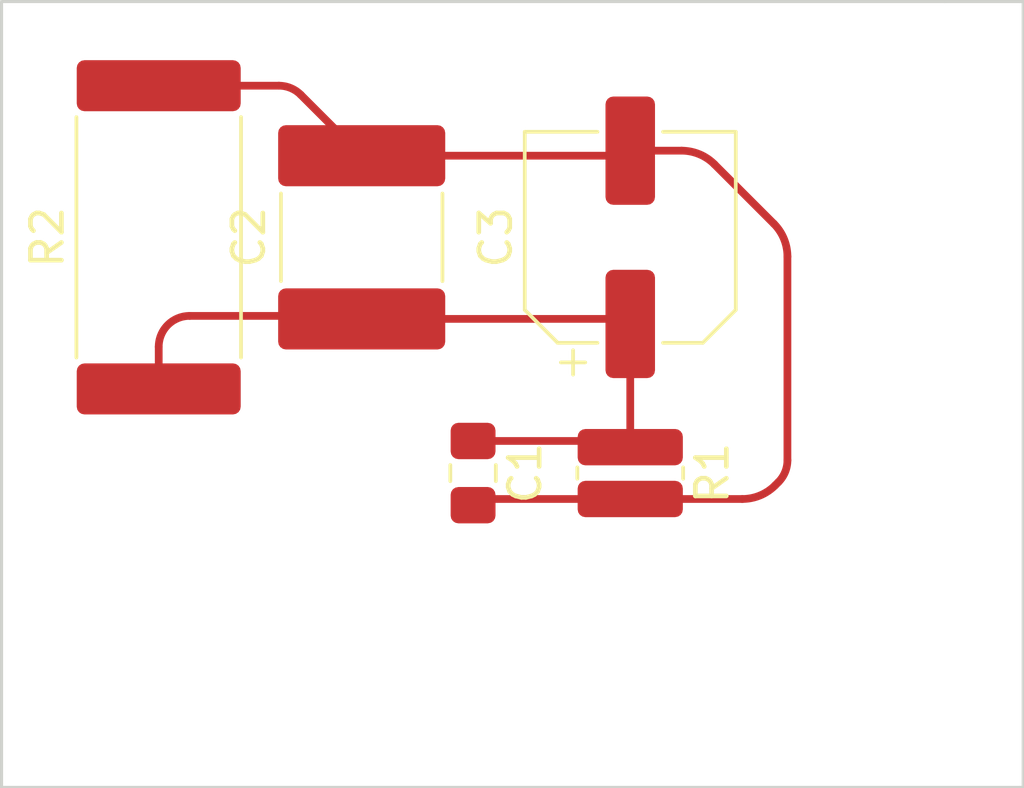
<source format=kicad_pcb>
(kicad_pcb (version 20211014) (generator pcbnew)
  (title_block (date "2022-04-12") (rev "Test PCB - Bad PCB Lib Table"))
  (layers (0 "F.Cu" signal) (31 "B.Cu" signal) (34 "B.Paste" user) (35 "F.Paste" user) (36 "B.SilkS" user "B.Silkscreen") (37 "F.SilkS" user "F.Silkscreen") (38 "B.Mask" user) (39 "F.Mask" user) (44 "Edge.Cuts" user))
  (net 0 "")
  (net 1 "Net-(C1-Pad1)")
  (net 2 "Net-(C1-Pad2)")
  (footprint "Capacitor_SMD:C_0805_2012Metric_Pad1.18x1.45mm_HandSolder" (layer "F.Cu") (at 134.62 88.9 -90)
    (fp_text reference "C1" (at 0 -1.68 90) (layer "F.SilkS"))
    (fp_text value "C")
    (fp_line (start -0.261252 0.735) (end 0.261252 0.735) (layer "F.SilkS") (width 0.12))
    (fp_line (start -0.261252 -0.735) (end 0.261252 -0.735) (layer "F.SilkS") (width 0.12))
    (pad "1" smd roundrect (at -1.0375 0 270) (size 1.175 1.45) (layers "F.Cu" "F.Paste" "F.Mask") (roundrect_rratio 0.212766) (net 1 "Net-(C1-Pad1)"))
    (pad "2" smd roundrect (at 1.0375 0 270) (size 1.175 1.45) (layers "F.Cu" "F.Paste" "F.Mask") (roundrect_rratio 0.212766) (net 2 "Net-(C1-Pad2)"))
  )
  (footprint "Capacitor_SMD:C_2220_5650Metric_Pad1.97x5.40mm_HandSolder" (layer "F.Cu") (at 131.02 81.28 90)
    (fp_text reference "C2" (at 0 -3.65 90) (layer "F.SilkS"))
    (fp_text value "C")
    (fp_line (start -1.415748 -2.61) (end 1.415748 -2.61) (layer "F.SilkS") (width 0.12))
    (fp_line (start -1.415748 2.61) (end 1.415748 2.61) (layer "F.SilkS") (width 0.12))
    (pad "1" smd roundrect (at -2.6375 0 90) (size 1.975 5.4) (layers "F.Cu" "F.Paste" "F.Mask") (roundrect_rratio 0.126582) (net 1 "Net-(C1-Pad1)"))
    (pad "2" smd roundrect (at 2.6375 0 90) (size 1.975 5.4) (layers "F.Cu" "F.Paste" "F.Mask") (roundrect_rratio 0.126582) (net 2 "Net-(C1-Pad2)"))
  )
  (footprint "Resistor_SMD:R_4020_10251Metric_Pad1.65x5.30mm_HandSolder" (layer "F.Cu") (at 124.46 81.28 90)
    (fp_text reference "R2" (at 0 -3.6 90) (layer "F.SilkS"))
    (fp_text value "R_US")
    (fp_line (start -3.886252 2.66) (end 3.886252 2.66) (layer "F.SilkS") (width 0.12))
    (fp_line (start -3.886252 -2.66) (end 3.886252 -2.66) (layer "F.SilkS") (width 0.12))
    (pad "1" smd roundrect (at -4.9 0 90) (size 1.65 5.3) (layers "F.Cu" "F.Paste" "F.Mask") (roundrect_rratio 0.151515) (net 1 "Net-(C1-Pad1)"))
    (pad "2" smd roundrect (at 4.9 0 90) (size 1.65 5.3) (layers "F.Cu" "F.Paste" "F.Mask") (roundrect_rratio 0.151515) (net 2 "Net-(C1-Pad2)"))
  )
  (footprint "Capacitor_SMD:CP_Elec_6.3x5.3" (layer "F.Cu") (at 139.7 81.28 90)
    (fp_text reference "C3" (at 0 -4.35 90) (layer "F.SilkS"))
    (fp_text value "C_Polarized")
    (fp_line (start -2.345563 3.41) (end 3.41 3.41) (layer "F.SilkS") (width 0.12))
    (fp_line (start -4.04375 -2.24125) (end -4.04375 -1.45375) (layer "F.SilkS") (width 0.12))
    (fp_line (start -3.41 2.345563) (end -2.345563 3.41) (layer "F.SilkS") (width 0.12))
    (fp_line (start -3.41 2.345563) (end -3.41 1.06) (layer "F.SilkS") (width 0.12))
    (fp_line (start -2.345563 -3.41) (end 3.41 -3.41) (layer "F.SilkS") (width 0.12))
    (fp_line (start 3.41 3.41) (end 3.41 1.06) (layer "F.SilkS") (width 0.12))
    (fp_line (start 3.41 -3.41) (end 3.41 -1.06) (layer "F.SilkS") (width 0.12))
    (fp_line (start -3.41 -2.345563) (end -3.41 -1.06) (layer "F.SilkS") (width 0.12))
    (fp_line (start -4.4375 -1.8475) (end -3.65 -1.8475) (layer "F.SilkS") (width 0.12))
    (fp_line (start -3.41 -2.345563) (end -2.345563 -3.41) (layer "F.SilkS") (width 0.12))
    (pad "1" smd roundrect (at -2.8 0 90) (size 3.5 1.6) (layers "F.Cu" "F.Paste" "F.Mask") (roundrect_rratio 0.15625) (net 1 "Net-(C1-Pad1)"))
    (pad "2" smd roundrect (at 2.8 0 90) (size 3.5 1.6) (layers "F.Cu" "F.Paste" "F.Mask") (roundrect_rratio 0.15625) (net 2 "Net-(C1-Pad2)"))
  )
  (footprint "Resistor_SMD:R_0612_1632Metric_Pad1.18x3.40mm_HandSolder" (layer "F.Cu") (at 139.7 88.9 -90)
    (fp_text reference "R1" (at 0 -2.65 90) (layer "F.SilkS"))
    (fp_text value "R")
    (fp_line (start -0.182983 1.71) (end 0.182983 1.71) (layer "F.SilkS") (width 0.12))
    (fp_line (start -0.182983 -1.71) (end 0.182983 -1.71) (layer "F.SilkS") (width 0.12))
    (pad "1" smd roundrect (at -0.8375 0 270) (size 1.175 3.4) (layers "F.Cu" "F.Paste" "F.Mask") (roundrect_rratio 0.212766) (net 1 "Net-(C1-Pad1)"))
    (pad "2" smd roundrect (at 0.8375 0 270) (size 1.175 3.4) (layers "F.Cu" "F.Paste" "F.Mask") (roundrect_rratio 0.212766) (net 2 "Net-(C1-Pad2)"))
  )
  (gr_line (start 119.38 99.06) (end 152.4 99.06) (layer "Edge.Cuts") (width 0.1))
  (gr_line (start 152.4 73.66) (end 149.86 73.66) (layer "Edge.Cuts") (width 0.1))
  (gr_line (start 152.4 99.06) (end 152.4 73.66) (layer "Edge.Cuts") (width 0.1))
  (gr_line (start 119.38 73.66) (end 119.38 99.06) (layer "Edge.Cuts") (width 0.1))
  (gr_line (start 149.86 73.66) (end 119.38 73.66) (layer "Edge.Cuts") (width 0.1))
  (segment (start 124.46 86.18) (end 124.46 84.82) (width 0.25) (layer "F.Cu") (net 1))
  (segment (start 130.9225 83.82) (end 131.02 83.9175) (width 0.25) (layer "F.Cu") (net 1))
  (segment (start 125.46 83.82) (end 130.9225 83.82) (width 0.25) (layer "F.Cu") (net 1))
  (segment (start 139.5375 83.9175) (end 139.7 84.08) (width 0.25) (layer "F.Cu") (net 1))
  (segment (start 131.02 83.9175) (end 139.5375 83.9175) (width 0.25) (layer "F.Cu") (net 1))
  (segment (start 139.7 88.0625) (end 139.7 84.08) (width 0.25) (layer "F.Cu") (net 1))
  (segment (start 139.7 88.0625) (end 139.5 87.8625) (width 0.25) (layer "F.Cu") (net 1))
  (segment (start 139.5 87.8625) (end 134.62 87.8625) (width 0.25) (layer "F.Cu") (net 1))
  (arc (start 125.46 83.82) (mid 124.752893 84.112893) (end 124.46 84.82) (width 0.25) (layer "F.Cu") (net 1))
  (segment (start 124.46 76.38) (end 128.343286 76.38) (width 0.25) (layer "F.Cu") (net 2))
  (segment (start 129.050393 76.672893) (end 131.02 78.6425) (width 0.25) (layer "F.Cu") (net 2))
  (segment (start 142.41934 78.91934) (end 144.34066 80.84066) (width 0.25) (layer "F.Cu") (net 2))
  (segment (start 131.02 78.6425) (end 139.5375 78.6425) (width 0.25) (layer "F.Cu") (net 2))
  (segment (start 139.5375 78.6425) (end 139.7 78.48) (width 0.25) (layer "F.Cu") (net 2))
  (segment (start 144.487107 89.192893) (end 144.38184 89.29816) (width 0.25) (layer "F.Cu") (net 2))
  (segment (start 144.78 81.90132) (end 144.78 88.485786) (width 0.25) (layer "F.Cu") (net 2))
  (segment (start 139.7 78.48) (end 141.35868 78.48) (width 0.25) (layer "F.Cu") (net 2))
  (segment (start 143.32118 89.7375) (end 139.7 89.7375) (width 0.25) (layer "F.Cu") (net 2))
  (segment (start 139.7 89.7375) (end 134.82 89.7375) (width 0.25) (layer "F.Cu") (net 2))
  (segment (start 134.82 89.7375) (end 134.62 89.9375) (width 0.25) (layer "F.Cu") (net 2))
  (arc (start 143.32118 89.7375) (mid 143.895205 89.623319) (end 144.38184 89.29816) (width 0.25) (layer "F.Cu") (net 2))
  (arc (start 128.343286 76.38) (mid 128.725969 76.45612) (end 129.050393 76.672893) (width 0.25) (layer "F.Cu") (net 2))
  (arc (start 144.78 81.90132) (mid 144.665819 81.327295) (end 144.34066 80.84066) (width 0.25) (layer "F.Cu") (net 2))
  (arc (start 142.41934 78.91934) (mid 141.932705 78.594181) (end 141.35868 78.48) (width 0.25) (layer "F.Cu") (net 2))
  (arc (start 144.78 88.485786) (mid 144.70388 88.868469) (end 144.487107 89.192893) (width 0.25) (layer "F.Cu") (net 2))
)
</source>
